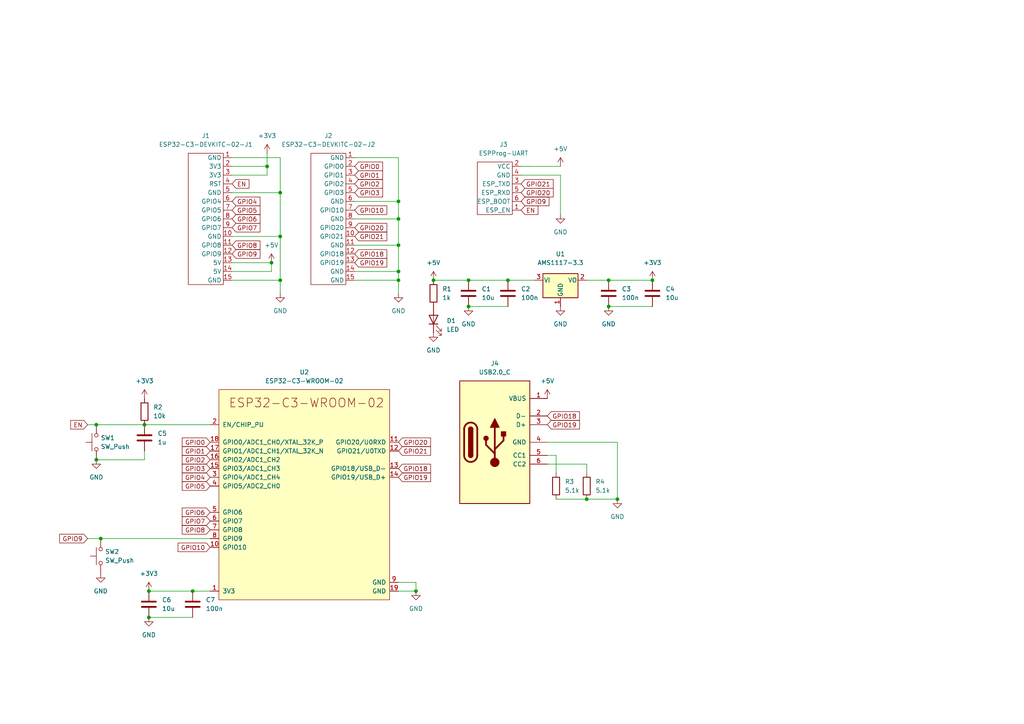
<source format=kicad_sch>
(kicad_sch (version 20211123) (generator eeschema)
  (paper "A4")
  (lib_symbols
    (symbol "Device:C" (pin_numbers hide) (pin_names (offset 0.254))
      (property "Reference" "C" (at 0.635 2.54 0))
      (property "Value" "C" (at 0.635 -2.54 0))
      (symbol "C_0_1"
        (polyline (pts (xy -2.032 -0.762) (xy 2.032 -0.762)) (stroke (width 0.508)))
        (polyline (pts (xy -2.032 0.762) (xy 2.032 0.762)) (stroke (width 0.508)))
      )
      (symbol "C_1_1"
        (pin passive line (at 0 3.81 270) (length 2.794) (name "~") (number "1"))
        (pin passive line (at 0 -3.81 90) (length 2.794) (name "~") (number "2"))
      )
    )
    (symbol "Device:LED" (pin_numbers hide) (pin_names (offset 1.016) hide)
      (property "Reference" "D" (at 0 2.54 0))
      (property "Value" "LED" (at 0 -2.54 0))
      (symbol "LED_0_1"
        (polyline (pts (xy -1.27 -1.27) (xy -1.27 1.27)) (stroke (width 0.254)))
        (polyline (pts (xy -1.27 0) (xy 1.27 0)))
        (polyline (pts (xy 1.27 -1.27) (xy 1.27 1.27) (xy -1.27 0) (xy 1.27 -1.27)) (stroke (width 0.254)))
        (polyline (pts (xy -3.048 -0.762) (xy -4.572 -2.286) (xy -3.81 -2.286) (xy -4.572 -2.286) (xy -4.572 -1.524)))
        (polyline (pts (xy -1.778 -0.762) (xy -3.302 -2.286) (xy -2.54 -2.286) (xy -3.302 -2.286) (xy -3.302 -1.524)))
      )
      (symbol "LED_1_1"
        (pin passive line (at -3.81 0 0) (length 2.54) (name "K") (number "1"))
        (pin passive line (at 3.81 0 180) (length 2.54) (name "A") (number "2"))
      )
    )
    (symbol "Device:R" (pin_numbers hide) (pin_names (offset 0))
      (property "Reference" "R" (at 2.032 0 90))
      (property "Value" "R" (at 0 0 90))
      (symbol "R_0_1"
        (rectangle (start -1.016 -2.54) (end 1.016 2.54) (stroke (width 0.254)))
      )
      (symbol "R_1_1"
        (pin passive line (at 0 3.81 270) (length 1.27) (name "~") (number "1"))
        (pin passive line (at 0 -3.81 90) (length 1.27) (name "~") (number "2"))
      )
    )
    (symbol "Espressif:ESP32-C3-WROOM-02" (pin_names (offset 1.016))
      (property "Reference" "U" (at 0 33.02 0))
      (property "Value" "ESP32-C3-WROOM-02" (at 0 -30.48 0))
      (symbol "ESP32-C3-WROOM-02_0_0"
        (text "ESP32-C3-WROOM-02" (at 1.27 27.94 0) (effects (font (size 2.54 2.54))))
      )
      (symbol "ESP32-C3-WROOM-02_0_1"
        (rectangle (start -24.13 31.75) (end 25.4 -29.21) (fill (type background)))
      )
      (symbol "ESP32-C3-WROOM-02_1_1"
        (pin power_in line (at -26.67 -26.67 0) (length 2.54) (name "3V3") (number "1"))
        (pin bidirectional line (at -26.67 -13.97 0) (length 2.54) (name "GPIO10") (number "10"))
        (pin bidirectional line (at 27.94 16.51 180) (length 2.54) (name "GPIO20/U0RXD") (number "11"))
        (pin bidirectional line (at 27.94 13.97 180) (length 2.54) (name "GPIO21/U0TXD") (number "12"))
        (pin bidirectional line (at 27.94 8.89 180) (length 2.54) (name "GPIO18/USB_D-") (number "13"))
        (pin bidirectional line (at 27.94 6.35 180) (length 2.54) (name "GPIO19/USB_D+") (number "14"))
        (pin bidirectional line (at -26.67 8.89 0) (length 2.54) (name "GPIO3/ADC1_CH3") (number "15"))
        (pin bidirectional line (at -26.67 11.43 0) (length 2.54) (name "GPIO2/ADC1_CH2") (number "16"))
        (pin bidirectional line (at -26.67 13.97 0) (length 2.54) (name "GPIO1/ADC1_CH1/XTAL_32K_N") (number "17"))
        (pin bidirectional line (at -26.67 16.51 0) (length 2.54) (name "GPIO0/ADC1_CH0/XTAL_32K_P") (number "18"))
        (pin power_in line (at 27.94 -26.67 180) (length 2.54) (name "GND") (number "19"))
        (pin input line (at -26.67 21.59 0) (length 2.54) (name "EN/CHIP_PU") (number "2"))
        (pin bidirectional line (at -26.67 6.35 0) (length 2.54) (name "GPIO4/ADC1_CH4") (number "3"))
        (pin bidirectional line (at -26.67 3.81 0) (length 2.54) (name "GPIO5/ADC2_CH0") (number "4"))
        (pin bidirectional line (at -26.67 -3.81 0) (length 2.54) (name "GPIO6") (number "5"))
        (pin bidirectional line (at -26.67 -6.35 0) (length 2.54) (name "GPIO7") (number "6"))
        (pin bidirectional line (at -26.67 -8.89 0) (length 2.54) (name "GPIO8") (number "7"))
        (pin bidirectional line (at -26.67 -11.43 0) (length 2.54) (name "GPIO9") (number "8"))
        (pin power_in line (at 27.94 -24.13 180) (length 2.54) (name "GND") (number "9"))
      )
    )
    (symbol "Regulator_Linear:AMS1117-3.3" (pin_names (offset 0.254))
      (property "Reference" "U" (at -3.81 3.175 0))
      (property "Value" "AMS1117-3.3" (at 0 3.175 0))
      (symbol "AMS1117-3.3_0_1"
        (rectangle (start -5.08 -5.08) (end 5.08 1.905) (stroke (width 0.254)) (fill (type background)))
      )
      (symbol "AMS1117-3.3_1_1"
        (pin power_in line (at 0 -7.62 90) (length 2.54) (name "GND") (number "1"))
        (pin power_out line (at 7.62 0 180) (length 2.54) (name "VO") (number "2"))
        (pin power_in line (at -7.62 0 0) (length 2.54) (name "VI") (number "3"))
      )
    )
    (symbol "Switch:SW_Push" (pin_numbers hide) (pin_names (offset 1.016) hide)
      (property "Reference" "SW" (at 1.27 2.54 0))
      (property "Value" "SW_Push" (at 0 -1.524 0))
      (symbol "SW_Push_0_1"
        (circle (center -2.032 0) (radius 0.508))
        (polyline (pts (xy 0 1.27) (xy 0 3.048)))
        (polyline (pts (xy 2.54 1.27) (xy -2.54 1.27)))
        (circle (center 2.032 0) (radius 0.508))
        (pin passive line (at -5.08 0 0) (length 2.54) (name "1") (number "1"))
        (pin passive line (at 5.08 0 180) (length 2.54) (name "2") (number "2"))
      )
    )
    (symbol "esp32-dev-board:ESP32-C3-DEVKITC-02-J1"
      (property "Reference" "J" (at 0 1.905 0))
      (property "Value" "ESP32-C3-DEVKITC-02-J1" (at 0 5.08 0))
      (symbol "ESP32-C3-DEVKITC-02-J1_0_1"
        (rectangle (start -5.08 0) (end 5.08 -38.1) (stroke (width 0.1524)))
      )
      (symbol "ESP32-C3-DEVKITC-02-J1_1_1"
        (pin power_in line (at 7.62 -1.27 180) (length 2.54) (name "GND") (number "1"))
        (pin power_in line (at 7.62 -24.13 180) (length 2.54) (name "GND") (number "10"))
        (pin bidirectional line (at 7.62 -26.67 180) (length 2.54) (name "GPIO8") (number "11"))
        (pin bidirectional line (at 7.62 -29.21 180) (length 2.54) (name "GPIO9") (number "12"))
        (pin power_in line (at 7.62 -31.75 180) (length 2.54) (name "5V") (number "13"))
        (pin power_in line (at 7.62 -34.29 180) (length 2.54) (name "5V") (number "14"))
        (pin power_in line (at 7.62 -36.83 180) (length 2.54) (name "GND") (number "15"))
        (pin power_in line (at 7.62 -3.81 180) (length 2.54) (name "3V3") (number "2"))
        (pin power_in line (at 7.62 -6.35 180) (length 2.54) (name "3V3") (number "3"))
        (pin output line (at 7.62 -8.89 180) (length 2.54) (name "RST") (number "4"))
        (pin power_in line (at 7.62 -11.43 180) (length 2.54) (name "GND") (number "5"))
        (pin bidirectional line (at 7.62 -13.97 180) (length 2.54) (name "GPIO4") (number "6"))
        (pin bidirectional line (at 7.62 -16.51 180) (length 2.54) (name "GPIO5") (number "7"))
        (pin bidirectional line (at 7.62 -19.05 180) (length 2.54) (name "GPIO6") (number "8"))
        (pin bidirectional line (at 7.62 -21.59 180) (length 2.54) (name "GPIO7") (number "9"))
      )
    )
    (symbol "esp32-dev-board:ESP32-C3-DEVKITC-02-J2"
      (property "Reference" "J" (at 0 1.905 0))
      (property "Value" "ESP32-C3-DEVKITC-02-J2" (at 0 5.08 0))
      (symbol "ESP32-C3-DEVKITC-02-J2_0_1"
        (rectangle (start -5.08 0) (end 5.08 -38.1) (stroke (width 0.1524)))
      )
      (symbol "ESP32-C3-DEVKITC-02-J2_1_1"
        (pin power_in line (at 7.62 -1.27 180) (length 2.54) (name "GND") (number "1"))
        (pin bidirectional line (at 7.62 -24.13 180) (length 2.54) (name "GPIO21") (number "10"))
        (pin power_in line (at 7.62 -26.67 180) (length 2.54) (name "GND") (number "11"))
        (pin bidirectional line (at 7.62 -29.21 180) (length 2.54) (name "GPIO18") (number "12"))
        (pin bidirectional line (at 7.62 -31.75 180) (length 2.54) (name "GPIO19") (number "13"))
        (pin power_in line (at 7.62 -34.29 180) (length 2.54) (name "GND") (number "14"))
        (pin power_in line (at 7.62 -36.83 180) (length 2.54) (name "GND") (number "15"))
        (pin bidirectional line (at 7.62 -3.81 180) (length 2.54) (name "GPIO0") (number "2"))
        (pin bidirectional line (at 7.62 -6.35 180) (length 2.54) (name "GPIO1") (number "3"))
        (pin bidirectional line (at 7.62 -8.89 180) (length 2.54) (name "GPIO2") (number "4"))
        (pin bidirectional line (at 7.62 -11.43 180) (length 2.54) (name "GPIO3") (number "5"))
        (pin power_in line (at 7.62 -13.97 180) (length 2.54) (name "GND") (number "6"))
        (pin bidirectional line (at 7.62 -16.51 180) (length 2.54) (name "GPIO10") (number "7"))
        (pin power_in line (at 7.62 -19.05 180) (length 2.54) (name "GND") (number "8"))
        (pin bidirectional line (at 7.62 -21.59 180) (length 2.54) (name "GPIO20") (number "9"))
      )
    )
    (symbol "esp32-dev-board:ESPProg-UART"
      (property "Reference" "J" (at 0 1.27 0))
      (property "Value" "ESPProg-UART" (at 0 2.54 0))
      (symbol "ESPProg-UART_0_1"
        (rectangle (start -7.62 0) (end 2.54 -15.24) (stroke (width 0.1524)))
        (rectangle (start 7.62 -1.27) (end 7.62 -1.27) (stroke (width 0.1524)))
        (rectangle (start 7.62 -1.27) (end 7.62 -1.27) (stroke (width 0.1524)))
      )
      (symbol "ESPProg-UART_1_1"
        (pin output line (at 5.08 -13.97 180) (length 2.54) (name "ESP_EN") (number "1"))
        (pin power_out line (at 5.08 -1.27 180) (length 2.54) (name "VCC") (number "2"))
        (pin input line (at 5.08 -6.35 180) (length 2.54) (name "ESP_TXD") (number "3"))
        (pin power_out line (at 5.08 -3.81 180) (length 2.54) (name "GND") (number "4"))
        (pin output line (at 5.08 -8.89 180) (length 2.54) (name "ESP_RXD") (number "5"))
        (pin output line (at 5.08 -11.43 180) (length 2.54) (name "ESP_BOOT") (number "6"))
      )
    )
    (symbol "esp32-dev-board:USB2.0_C" (pin_names (offset 1.016))
      (property "Reference" "J" (at -10.16 19.05 0))
      (property "Value" "USB2.0_C" (at 12.7 19.05 0))
      (symbol "USB2.0_C_0_1"
        (rectangle (start -10.16 17.78) (end 10.16 -17.78) (stroke (width 0.254)) (fill (type background)))
        (arc (start -8.89 -3.81) (mid -6.985 -5.715) (end -5.08 -3.81) (stroke (width 0.508)))
        (arc (start -7.62 -3.81) (mid -6.985 -4.445) (end -6.35 -3.81) (stroke (width 0.254)))
        (arc (start -7.62 -3.81) (mid -6.985 -4.445) (end -6.35 -3.81) (stroke (width 0.254)) (fill (type outline)))
        (rectangle (start -7.62 -3.81) (end -6.35 3.81) (stroke (width 0.254)) (fill (type outline)))
        (arc (start -6.35 3.81) (mid -6.985 4.445) (end -7.62 3.81) (stroke (width 0.254)))
        (arc (start -6.35 3.81) (mid -6.985 4.445) (end -7.62 3.81) (stroke (width 0.254)) (fill (type outline)))
        (arc (start -5.08 3.81) (mid -6.985 5.715) (end -8.89 3.81) (stroke (width 0.508)))
        (circle (center -2.54 1.143) (radius 0.635) (stroke (width 0.254)) (fill (type outline)))
        (circle (center 0 -5.842) (radius 1.27) (fill (type outline)))
        (polyline (pts (xy -8.89 -3.81) (xy -8.89 3.81)) (stroke (width 0.508)))
        (polyline (pts (xy -5.08 3.81) (xy -5.08 -3.81)) (stroke (width 0.508)))
        (polyline (pts (xy 0 -5.842) (xy 0 4.318)) (stroke (width 0.508)))
        (polyline (pts (xy 0 -3.302) (xy -2.54 -0.762) (xy -2.54 0.508)) (stroke (width 0.508)))
        (polyline (pts (xy 0 -2.032) (xy 2.54 0.508) (xy 2.54 1.778)) (stroke (width 0.508)))
        (polyline (pts (xy -1.27 4.318) (xy 0 6.858) (xy 1.27 4.318) (xy -1.27 4.318)) (stroke (width 0.254)) (fill (type outline)))
        (rectangle (start 1.905 1.778) (end 3.175 3.048) (stroke (width 0.254)) (fill (type outline)))
      )
      (symbol "USB2.0_C_1_1"
        (pin power_out line (at 15.24 12.7 180) (length 5.08) (name "VBUS") (number "1"))
        (pin bidirectional line (at 15.24 7.62 180) (length 5.08) (name "D-") (number "2"))
        (pin bidirectional line (at 15.24 5.08 180) (length 5.08) (name "D+") (number "3"))
        (pin power_out line (at 15.24 0 180) (length 5.08) (name "GND") (number "4"))
        (pin bidirectional line (at 15.24 -3.81 180) (length 5.08) (name "CC1") (number "5"))
        (pin bidirectional line (at 15.24 -6.35 180) (length 5.08) (name "CC2") (number "6"))
      )
    )
    (symbol "power:+3V3" (power) (pin_names (offset 0))
      (property "Value" "+3V3" (at 0 3.556 0))
      (symbol "+3V3_0_1"
        (polyline (pts (xy -0.762 1.27) (xy 0 2.54)))
        (polyline (pts (xy 0 0) (xy 0 2.54)))
        (polyline (pts (xy 0 2.54) (xy 0.762 1.27)))
      )
      (symbol "+3V3_1_1"
        (pin power_in line (at 0 0 90) (length 0) hide (name "+3V3") (number "1"))
      )
    )
    (symbol "power:+5V" (power) (pin_names (offset 0))
      (property "Value" "+5V" (at 0 3.556 0))
      (symbol "+5V_0_1"
        (polyline (pts (xy -0.762 1.27) (xy 0 2.54)))
        (polyline (pts (xy 0 0) (xy 0 2.54)))
        (polyline (pts (xy 0 2.54) (xy 0.762 1.27)))
      )
      (symbol "+5V_1_1"
        (pin power_in line (at 0 0 90) (length 0) hide (name "+5V") (number "1"))
      )
    )
    (symbol "power:GND" (power) (pin_names (offset 0))
      (property "Value" "GND" (at 0 -3.81 0))
      (symbol "GND_0_1"
        (polyline (pts (xy 0 0) (xy 0 -1.27) (xy 1.27 -1.27) (xy 0 -2.54) (xy -1.27 -1.27) (xy 0 -1.27)))
      )
      (symbol "GND_1_1"
        (pin power_in line (at 0 0 270) (length 0) hide (name "GND") (number "1"))
      )
    )
  )
  (junction (at 115.57 58.42))
  (junction (at 81.28 68.58))
  (junction (at 125.73 81.28))
  (junction (at 147.32 81.28))
  (junction (at 43.18 179.07))
  (junction (at 170.18 144.78))
  (junction (at 43.18 171.45))
  (junction (at 78.74 76.2))
  (junction (at 81.28 81.28))
  (junction (at 120.65 171.45))
  (junction (at 135.89 88.9))
  (junction (at 55.88 171.45))
  (junction (at 41.91 123.19))
  (junction (at 179.07 144.78))
  (junction (at 189.23 81.28))
  (junction (at 176.53 88.9))
  (junction (at 81.28 55.88))
  (junction (at 77.47 48.26))
  (junction (at 115.57 71.12))
  (junction (at 115.57 81.28))
  (junction (at 115.57 78.74))
  (junction (at 115.57 63.5))
  (junction (at 135.89 81.28))
  (junction (at 27.94 123.19))
  (junction (at 176.53 81.28))
  (junction (at 27.94 133.35))
  (junction (at 29.21 156.21))
  (wire (pts (xy 81.28 68.58) (xy 81.28 55.88)))
  (wire (pts (xy 151.13 50.8) (xy 162.56 50.8)))
  (wire (pts (xy 55.88 171.45) (xy 60.96 171.45)))
  (wire (pts (xy 115.57 78.74) (xy 115.57 81.28)))
  (wire (pts (xy 102.87 45.72) (xy 115.57 45.72)))
  (wire (pts (xy 170.18 144.78) (xy 179.07 144.78)))
  (wire (pts (xy 41.91 133.35) (xy 27.94 133.35)))
  (wire (pts (xy 81.28 81.28) (xy 81.28 85.09)))
  (wire (pts (xy 27.94 123.19) (xy 41.91 123.19)))
  (wire (pts (xy 102.87 71.12) (xy 115.57 71.12)))
  (wire (pts (xy 67.31 45.72) (xy 81.28 45.72)))
  (wire (pts (xy 115.57 71.12) (xy 115.57 78.74)))
  (wire (pts (xy 41.91 123.19) (xy 60.96 123.19)))
  (wire (pts (xy 81.28 81.28) (xy 81.28 68.58)))
  (wire (pts (xy 67.31 68.58) (xy 81.28 68.58)))
  (wire (pts (xy 176.53 81.28) (xy 189.23 81.28)))
  (wire (pts (xy 77.47 50.8) (xy 77.47 48.26)))
  (wire (pts (xy 162.56 50.8) (xy 162.56 62.23)))
  (wire (pts (xy 115.57 63.5) (xy 115.57 71.12)))
  (wire (pts (xy 135.89 81.28) (xy 147.32 81.28)))
  (wire (pts (xy 41.91 130.81) (xy 41.91 133.35)))
  (wire (pts (xy 120.65 168.91) (xy 120.65 171.45)))
  (wire (pts (xy 176.53 88.9) (xy 189.23 88.9)))
  (wire (pts (xy 67.31 50.8) (xy 77.47 50.8)))
  (wire (pts (xy 25.4 156.21) (xy 29.21 156.21)))
  (wire (pts (xy 67.31 76.2) (xy 78.74 76.2)))
  (wire (pts (xy 102.87 78.74) (xy 115.57 78.74)))
  (wire (pts (xy 102.87 63.5) (xy 115.57 63.5)))
  (wire (pts (xy 25.4 123.19) (xy 27.94 123.19)))
  (wire (pts (xy 115.57 45.72) (xy 115.57 58.42)))
  (wire (pts (xy 29.21 156.21) (xy 60.96 156.21)))
  (wire (pts (xy 43.18 171.45) (xy 55.88 171.45)))
  (wire (pts (xy 77.47 44.45) (xy 77.47 48.26)))
  (wire (pts (xy 147.32 81.28) (xy 154.94 81.28)))
  (wire (pts (xy 67.31 78.74) (xy 78.74 78.74)))
  (wire (pts (xy 115.57 81.28) (xy 102.87 81.28)))
  (wire (pts (xy 43.18 179.07) (xy 55.88 179.07)))
  (wire (pts (xy 158.75 134.62) (xy 170.18 134.62)))
  (wire (pts (xy 115.57 58.42) (xy 115.57 63.5)))
  (wire (pts (xy 81.28 45.72) (xy 81.28 55.88)))
  (wire (pts (xy 161.29 144.78) (xy 170.18 144.78)))
  (wire (pts (xy 77.47 48.26) (xy 67.31 48.26)))
  (wire (pts (xy 161.29 132.08) (xy 161.29 137.16)))
  (wire (pts (xy 81.28 55.88) (xy 67.31 55.88)))
  (wire (pts (xy 179.07 128.27) (xy 179.07 144.78)))
  (wire (pts (xy 125.73 81.28) (xy 135.89 81.28)))
  (wire (pts (xy 115.57 85.09) (xy 115.57 81.28)))
  (wire (pts (xy 158.75 128.27) (xy 179.07 128.27)))
  (wire (pts (xy 170.18 81.28) (xy 176.53 81.28)))
  (wire (pts (xy 135.89 88.9) (xy 147.32 88.9)))
  (wire (pts (xy 67.31 81.28) (xy 81.28 81.28)))
  (wire (pts (xy 102.87 58.42) (xy 115.57 58.42)))
  (wire (pts (xy 151.13 48.26) (xy 162.56 48.26)))
  (wire (pts (xy 115.57 168.91) (xy 120.65 168.91)))
  (wire (pts (xy 158.75 132.08) (xy 161.29 132.08)))
  (wire (pts (xy 170.18 134.62) (xy 170.18 137.16)))
  (wire (pts (xy 115.57 171.45) (xy 120.65 171.45)))
  (wire (pts (xy 78.74 78.74) (xy 78.74 76.2)))
  (global_label "GPIO19" (shape input) (at 102.87 76.2 0) (property "シート間のリファレンス" "${INTERSHEET_REFS}" (effects hide)))
  (global_label "GPIO0" (shape input) (at 102.87 48.26 0) (property "シート間のリファレンス" "${INTERSHEET_REFS}" (effects hide)))
  (global_label "GPIO18" (shape input) (at 115.57 135.89 0) (property "シート間のリファレンス" "${INTERSHEET_REFS}" (effects hide)))
  (global_label "GPIO2" (shape input) (at 102.87 53.34 0) (property "シート間のリファレンス" "${INTERSHEET_REFS}" (effects hide)))
  (global_label "GPIO1" (shape input) (at 60.96 130.81 180) (property "シート間のリファレンス" "${INTERSHEET_REFS}" (effects hide)))
  (global_label "GPIO10" (shape input) (at 60.96 158.75 180) (property "シート間のリファレンス" "${INTERSHEET_REFS}" (effects hide)))
  (global_label "EN" (shape input) (at 25.4 123.19 180) (property "シート間のリファレンス" "${INTERSHEET_REFS}" (effects hide)))
  (global_label "GPIO6" (shape input) (at 67.31 63.5 0) (property "シート間のリファレンス" "${INTERSHEET_REFS}" (effects hide)))
  (global_label "GPIO8" (shape input) (at 67.31 71.12 0) (property "シート間のリファレンス" "${INTERSHEET_REFS}" (effects hide)))
  (global_label "GPIO19" (shape input) (at 158.75 123.19 0) (property "シート間のリファレンス" "${INTERSHEET_REFS}" (effects hide)))
  (global_label "GPIO1" (shape input) (at 102.87 50.8 0) (property "シート間のリファレンス" "${INTERSHEET_REFS}" (effects hide)))
  (global_label "GPIO18" (shape input) (at 102.87 73.66 0) (property "シート間のリファレンス" "${INTERSHEET_REFS}" (effects hide)))
  (global_label "GPIO21" (shape input) (at 115.57 130.81 0) (property "シート間のリファレンス" "${INTERSHEET_REFS}" (effects hide)))
  (global_label "GPIO20" (shape input) (at 151.13 55.88 0) (property "シート間のリファレンス" "${INTERSHEET_REFS}" (effects hide)))
  (global_label "GPIO7" (shape input) (at 67.31 66.04 0) (property "シート間のリファレンス" "${INTERSHEET_REFS}" (effects hide)))
  (global_label "GPIO4" (shape input) (at 67.31 58.42 0) (property "シート間のリファレンス" "${INTERSHEET_REFS}" (effects hide)))
  (global_label "GPIO8" (shape input) (at 60.96 153.67 180) (property "シート間のリファレンス" "${INTERSHEET_REFS}" (effects hide)))
  (global_label "GPIO3" (shape input) (at 102.87 55.88 0) (property "シート間のリファレンス" "${INTERSHEET_REFS}" (effects hide)))
  (global_label "GPIO5" (shape input) (at 60.96 140.97 180) (property "シート間のリファレンス" "${INTERSHEET_REFS}" (effects hide)))
  (global_label "GPIO18" (shape input) (at 158.75 120.65 0) (property "シート間のリファレンス" "${INTERSHEET_REFS}" (effects hide)))
  (global_label "GPIO6" (shape input) (at 60.96 148.59 180) (property "シート間のリファレンス" "${INTERSHEET_REFS}" (effects hide)))
  (global_label "GPIO2" (shape input) (at 60.96 133.35 180) (property "シート間のリファレンス" "${INTERSHEET_REFS}" (effects hide)))
  (global_label "GPIO19" (shape input) (at 115.57 138.43 0) (property "シート間のリファレンス" "${INTERSHEET_REFS}" (effects hide)))
  (global_label "GPIO21" (shape input) (at 102.87 68.58 0) (property "シート間のリファレンス" "${INTERSHEET_REFS}" (effects hide)))
  (global_label "EN" (shape input) (at 67.31 53.34 0) (property "シート間のリファレンス" "${INTERSHEET_REFS}" (effects hide)))
  (global_label "GPIO20" (shape input) (at 115.57 128.27 0) (property "シート間のリファレンス" "${INTERSHEET_REFS}" (effects hide)))
  (global_label "EN" (shape input) (at 151.13 60.96 0) (property "シート間のリファレンス" "${INTERSHEET_REFS}" (effects hide)))
  (global_label "GPIO9" (shape input) (at 25.4 156.21 180) (property "シート間のリファレンス" "${INTERSHEET_REFS}" (effects hide)))
  (global_label "GPIO4" (shape input) (at 60.96 138.43 180) (property "シート間のリファレンス" "${INTERSHEET_REFS}" (effects hide)))
  (global_label "GPIO5" (shape input) (at 67.31 60.96 0) (property "シート間のリファレンス" "${INTERSHEET_REFS}" (effects hide)))
  (global_label "GPIO9" (shape input) (at 151.13 58.42 0) (property "シート間のリファレンス" "${INTERSHEET_REFS}" (effects hide)))
  (global_label "GPIO21" (shape input) (at 151.13 53.34 0) (property "シート間のリファレンス" "${INTERSHEET_REFS}" (effects hide)))
  (global_label "GPIO9" (shape input) (at 67.31 73.66 0) (property "シート間のリファレンス" "${INTERSHEET_REFS}" (effects hide)))
  (global_label "GPIO0" (shape input) (at 60.96 128.27 180) (property "シート間のリファレンス" "${INTERSHEET_REFS}" (effects hide)))
  (global_label "GPIO20" (shape input) (at 102.87 66.04 0) (property "シート間のリファレンス" "${INTERSHEET_REFS}" (effects hide)))
  (global_label "GPIO3" (shape input) (at 60.96 135.89 180) (property "シート間のリファレンス" "${INTERSHEET_REFS}" (effects hide)))
  (global_label "GPIO10" (shape input) (at 102.87 60.96 0) (property "シート間のリファレンス" "${INTERSHEET_REFS}" (effects hide)))
  (global_label "GPIO7" (shape input) (at 60.96 151.13 180) (property "シート間のリファレンス" "${INTERSHEET_REFS}" (effects hide)))
  (symbol (lib_id "power:GND") (at 29.21 166.37 0) (unit 1)
    (property "Reference" "#PWR017" (effects hide))
    (property "Value" "GND" (at 29.21 171.45 0))
  )
  (symbol (lib_id "power:+3V3") (at 41.91 115.57 0) (unit 1)
    (property "Reference" "#PWR013" (effects hide))
    (property "Value" "+3V3" (at 41.91 110.49 0))
  )
  (symbol (lib_id "esp32-dev-board:USB2.0_C") (at 143.51 128.27 0) (unit 1)
    (property "Reference" "J4" (at 143.51 105.41 0))
    (property "Value" "USB2.0_C" (at 143.51 107.95 0))
    (property "Footprint" "esp32-dev-board:USB-C-12-Pin-MidMount-ali-v4" (effects hide))
    (property "Datasheet" "https://www.usb.org/sites/default/files/documents/usb_type-c.zip" (effects hide))
  )
  (symbol (lib_id "power:+3V3") (at 189.23 81.28 0) (unit 1)
    (property "Reference" "#PWR06" (effects hide))
    (property "Value" "+3V3" (at 189.23 76.2 0))
  )
  (symbol (lib_id "Device:C") (at 41.91 127 0) (unit 1)
    (property "Reference" "C5" (at 45.72 125.7299 0) (effects (justify left)))
    (property "Value" "1u" (at 45.72 128.2699 0) (effects (justify left)))
    (property "Footprint" "esp32-dev-board:Capacitor_0805_2012" (effects hide))
  )
  (symbol (lib_id "esp32-dev-board:ESP32-C3-DEVKITC-02-J1") (at 59.69 44.45 0) (unit 1)
    (property "Reference" "J1" (at 59.69 39.37 0))
    (property "Value" "ESP32-C3-DEVKITC-02-J1" (at 59.69 41.91 0))
    (property "Footprint" "esp32-dev-board:ESP32-C3-DEVKITC-J1" (effects hide))
  )
  (symbol (lib_id "Device:R") (at 170.18 140.97 0) (unit 1)
    (property "Reference" "R4" (at 172.72 139.6999 0) (effects (justify left)))
    (property "Value" "5.1k" (at 172.72 142.2399 0) (effects (justify left)))
    (property "Footprint" "esp32-dev-board:Register_0805_2012" (effects hide))
  )
  (symbol (lib_id "power:GND") (at 43.18 179.07 0) (unit 1)
    (property "Reference" "#PWR020" (effects hide))
    (property "Value" "GND" (at 43.18 184.15 0))
  )
  (symbol (lib_id "Device:C") (at 176.53 85.09 0) (unit 1)
    (property "Reference" "C3" (at 180.34 83.8199 0) (effects (justify left)))
    (property "Value" "100n" (at 180.34 86.3599 0) (effects (justify left)))
    (property "Footprint" "esp32-dev-board:Capacitor_0805_2012" (effects hide))
  )
  (symbol (lib_id "esp32-dev-board:ESP32-C3-DEVKITC-02-J2") (at 95.25 44.45 0) (unit 1)
    (property "Reference" "J2" (at 95.25 39.37 0))
    (property "Value" "ESP32-C3-DEVKITC-02-J2" (at 95.25 41.91 0))
    (property "Footprint" "esp32-dev-board:ESP32-C3-DEVKITC-J2" (effects hide))
  )
  (symbol (lib_id "Device:R") (at 161.29 140.97 0) (unit 1)
    (property "Reference" "R3" (at 163.83 139.6999 0) (effects (justify left)))
    (property "Value" "5.1k" (at 163.83 142.2399 0) (effects (justify left)))
    (property "Footprint" "esp32-dev-board:Register_0805_2012" (effects hide))
  )
  (symbol (lib_id "power:GND") (at 27.94 133.35 0) (unit 1)
    (property "Reference" "#PWR015" (effects hide))
    (property "Value" "GND" (at 27.94 138.43 0))
  )
  (symbol (lib_id "Device:LED") (at 125.73 92.71 90) (unit 1)
    (property "Reference" "D1" (at 129.54 93.0274 90) (effects (justify right)))
    (property "Value" "LED" (at 129.54 95.5674 90) (effects (justify right)))
    (property "Footprint" "LED_SMD:LED_0805_2012Metric_Pad1.15x1.40mm_HandSolder" (effects hide))
  )
  (symbol (lib_id "power:+3V3") (at 43.18 171.45 0) (unit 1)
    (property "Reference" "#PWR018" (effects hide))
    (property "Value" "+3V3" (at 43.18 166.37 0))
  )
  (symbol (lib_id "power:GND") (at 179.07 144.78 0) (unit 1)
    (property "Reference" "#PWR016" (effects hide))
    (property "Value" "GND" (at 179.07 149.86 0))
  )
  (symbol (lib_id "Device:C") (at 189.23 85.09 0) (unit 1)
    (property "Reference" "C4" (at 193.04 83.8199 0) (effects (justify left)))
    (property "Value" "10u" (at 193.04 86.3599 0) (effects (justify left)))
    (property "Footprint" "esp32-dev-board:Capacitor_0805_2012" (effects hide))
  )
  (symbol (lib_id "Device:R") (at 41.91 119.38 0) (unit 1)
    (property "Reference" "R2" (at 44.45 118.1099 0) (effects (justify left)))
    (property "Value" "10k" (at 44.45 120.6499 0) (effects (justify left)))
    (property "Footprint" "esp32-dev-board:Register_0805_2012" (effects hide))
  )
  (symbol (lib_id "power:+5V") (at 125.73 81.28 0) (unit 1)
    (property "Reference" "#PWR05" (effects hide))
    (property "Value" "+5V" (at 125.73 76.2 0))
  )
  (symbol (lib_id "esp32-dev-board:ESPProg-UART") (at 146.05 46.99 0) (unit 1)
    (property "Reference" "J3" (at 146.05 41.91 0))
    (property "Value" "ESPProg-UART" (at 146.05 44.45 0))
    (property "Footprint" "esp32-dev-board:BoxPinHeader_2x03_P1.27mm_Vertical" (effects hide))
  )
  (symbol (lib_id "Device:C") (at 135.89 85.09 0) (unit 1)
    (property "Reference" "C1" (at 139.7 83.8199 0) (effects (justify left)))
    (property "Value" "10u" (at 139.7 86.3599 0) (effects (justify left)))
    (property "Footprint" "esp32-dev-board:Capacitor_0805_2012" (effects hide))
  )
  (symbol (lib_id "Device:R") (at 125.73 85.09 0) (unit 1)
    (property "Reference" "R1" (at 128.27 83.8199 0) (effects (justify left)))
    (property "Value" "1k" (at 128.27 86.3599 0) (effects (justify left)))
    (property "Footprint" "esp32-dev-board:Register_0805_2012" (effects hide))
  )
  (symbol (lib_id "Espressif:ESP32-C3-WROOM-02") (at 87.63 144.78 0) (unit 1)
    (property "Reference" "U2" (at 88.265 107.95 0))
    (property "Value" "ESP32-C3-WROOM-02" (at 88.265 110.49 0))
    (property "Footprint" "esp32-dev-board:ESP32-C3-WROOM-02-handsolder" (effects hide))
    (property "Datasheet" "https://www.espressif.com/sites/default/files/documentation/esp32-c3-wroom-02_datasheet_en.pdf" (effects hide))
  )
  (symbol (lib_id "power:GND") (at 125.73 96.52 0) (unit 1)
    (property "Reference" "#PWR012" (effects hide))
    (property "Value" "GND" (at 125.73 101.6 0))
  )
  (symbol (lib_id "power:GND") (at 176.53 88.9 0) (unit 1)
    (property "Reference" "#PWR011" (effects hide))
    (property "Value" "GND" (at 176.53 93.98 0))
  )
  (symbol (lib_id "power:GND") (at 162.56 62.23 0) (unit 1)
    (property "Reference" "#PWR03" (effects hide))
    (property "Value" "GND" (at 162.56 67.31 0))
  )
  (symbol (lib_id "power:GND") (at 120.65 171.45 0) (unit 1)
    (property "Reference" "#PWR019" (effects hide))
    (property "Value" "GND" (at 120.65 176.53 0))
  )
  (symbol (lib_id "Switch:SW_Push") (at 29.21 161.29 90) (unit 1)
    (property "Reference" "SW2" (at 30.48 160.0199 90) (effects (justify right)))
    (property "Value" "SW_Push" (at 30.48 162.5599 90) (effects (justify right)))
    (property "Footprint" "esp32-dev-board:SKRPABE010" (effects hide))
  )
  (symbol (lib_id "power:+5V") (at 158.75 115.57 0) (unit 1)
    (property "Reference" "#PWR014" (effects hide))
    (property "Value" "+5V" (at 158.75 110.49 0))
  )
  (symbol (lib_id "power:+3V3") (at 77.47 44.45 0) (unit 1)
    (property "Reference" "#PWR01" (effects hide))
    (property "Value" "+3V3" (at 77.47 39.37 0))
  )
  (symbol (lib_id "power:+5V") (at 78.74 76.2 0) (unit 1)
    (property "Reference" "#PWR04" (effects hide))
    (property "Value" "+5V" (at 78.74 71.12 0))
  )
  (symbol (lib_id "power:GND") (at 135.89 88.9 0) (unit 1)
    (property "Reference" "#PWR09" (effects hide))
    (property "Value" "GND" (at 135.89 93.98 0))
  )
  (symbol (lib_id "Switch:SW_Push") (at 27.94 128.27 90) (unit 1)
    (property "Reference" "SW1" (at 29.21 126.9999 90) (effects (justify right)))
    (property "Value" "SW_Push" (at 29.21 129.5399 90) (effects (justify right)))
    (property "Footprint" "esp32-dev-board:SKRPABE010" (effects hide))
  )
  (symbol (lib_id "power:GND") (at 81.28 85.09 0) (unit 1)
    (property "Reference" "#PWR07" (effects hide))
    (property "Value" "GND" (at 81.28 90.17 0))
  )
  (symbol (lib_id "Device:C") (at 147.32 85.09 0) (unit 1)
    (property "Reference" "C2" (at 151.13 83.8199 0) (effects (justify left)))
    (property "Value" "100n" (at 151.13 86.3599 0) (effects (justify left)))
    (property "Footprint" "esp32-dev-board:Capacitor_0805_2012" (effects hide))
  )
  (symbol (lib_id "Device:C") (at 55.88 175.26 0) (unit 1)
    (property "Reference" "C7" (at 59.69 173.9899 0) (effects (justify left)))
    (property "Value" "100n" (at 59.69 176.5299 0) (effects (justify left)))
    (property "Footprint" "esp32-dev-board:Capacitor_0805_2012" (effects hide))
  )
  (symbol (lib_id "power:GND") (at 115.57 85.09 0) (unit 1)
    (property "Reference" "#PWR08" (effects hide))
    (property "Value" "GND" (at 115.57 90.17 0))
  )
  (symbol (lib_id "Device:C") (at 43.18 175.26 0) (unit 1)
    (property "Reference" "C6" (at 46.99 173.9899 0) (effects (justify left)))
    (property "Value" "10u" (at 46.99 176.5299 0) (effects (justify left)))
    (property "Footprint" "esp32-dev-board:Capacitor_0805_2012" (effects hide))
  )
  (symbol (lib_id "power:GND") (at 162.56 88.9 0) (unit 1)
    (property "Reference" "#PWR010" (effects hide))
    (property "Value" "GND" (at 162.56 93.98 0))
  )
  (symbol (lib_id "Regulator_Linear:AMS1117-3.3") (at 162.56 81.28 0) (unit 1)
    (property "Reference" "U1" (at 162.56 73.66 0))
    (property "Value" "AMS1117-3.3" (at 162.56 76.2 0))
    (property "Footprint" "Package_TO_SOT_SMD:SOT-223-3_TabPin2" (effects hide))
    (property "Datasheet" "http://www.advanced-monolithic.com/pdf/ds1117.pdf" (effects hide))
  )
  (symbol (lib_id "power:+5V") (at 162.56 48.26 0) (unit 1)
    (property "Reference" "#PWR02" (effects hide))
    (property "Value" "+5V" (at 162.56 43.18 0))
  )
)
</source>
